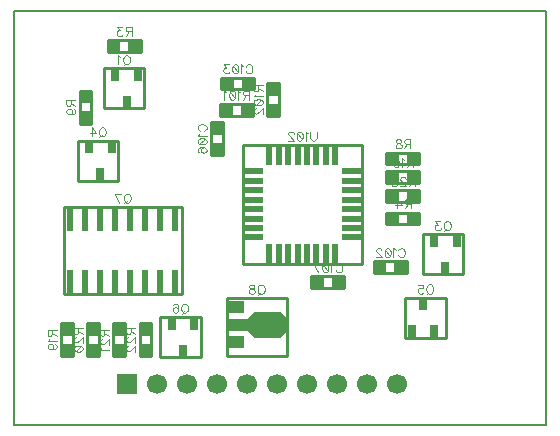
<source format=gbr>
%TF.GenerationSoftware,Novarm,DipTrace,3.0.0.2*%
%TF.CreationDate,2017-04-09T13:10:20+02:00*%
%FSLAX26Y26*%
%MOIN*%
%TF.FileFunction,Drawing,Bot*%
%TF.Part,Single*%
%AMOUTLINE0*
4,1,10,
-0.100394,0.019685,
-0.033465,0.019685,
-0.009843,0.043307,
0.076772,0.043307,
0.100394,0.019685,
0.100394,-0.019685,
0.076772,-0.043307,
-0.009843,-0.043307,
-0.033465,-0.019685,
-0.100394,-0.019685,
-0.100394,0.019685,
0*%
%ADD10C,0.009843*%
%ADD11C,0.005512*%
%ADD78C,0.004632*%
%ADD20R,0.043307X0.03937*%
%ADD21R,0.03937X0.043307*%
%TA.AperFunction,ComponentPad*%
%ADD27R,0.066929X0.066929*%
%ADD28C,0.066929*%
%ADD30R,0.025591X0.041339*%
%ADD32R,0.059055X0.03937*%
%ADD37R,0.019685X0.066929*%
%ADD38R,0.066929X0.019685*%
%ADD39R,0.023622X0.07874*%
%ADD80OUTLINE0*%
G75*
G01*
%LPD*%
X1592933Y938701D2*
D10*
X1703169D1*
Y899331D1*
X1592933D1*
Y938701D1*
D20*
X1614587Y919016D3*
X1681516D3*
X1084862Y1551201D2*
D10*
X1195098D1*
Y1511831D1*
X1084862D1*
Y1551201D1*
D20*
X1106516Y1531516D3*
X1173445D3*
X1049331Y1403169D2*
D10*
X1088701D1*
Y1292933D1*
X1049331D1*
Y1403169D1*
D21*
X1069016Y1381516D3*
Y1314587D3*
X1384862Y888701D2*
D10*
X1495098D1*
Y849331D1*
X1384862D1*
Y888701D1*
D20*
X1406516Y869016D3*
X1473445D3*
D27*
X769016Y531516D3*
D28*
X869016D3*
X969016D3*
X1069016D3*
X1169016D3*
X1269016D3*
X1369016D3*
X1469016D3*
X1569016D3*
X1669016D3*
X549331Y732598D2*
D10*
X588701D1*
Y622362D1*
X549331D1*
Y732598D1*
D21*
X569016Y644016D3*
Y710945D3*
X636831Y732598D2*
D10*
X676201D1*
Y622362D1*
X636831D1*
Y732598D1*
D21*
X656516Y644016D3*
Y710945D3*
X724331Y732598D2*
D10*
X763701D1*
Y622362D1*
X724331D1*
Y732598D1*
D21*
X744016Y644016D3*
Y710945D3*
X693161Y1581987D2*
D10*
X828169D1*
Y1448346D1*
X693161D1*
Y1581987D1*
D30*
X731713Y1559567D3*
X806516D3*
X769114Y1469016D3*
X1755465Y1028936D2*
D10*
X1890472D1*
Y895295D1*
X1755465D1*
Y1028936D1*
D30*
X1794016Y1006516D3*
X1868819D3*
X1831417Y915965D3*
X605465Y1341436D2*
D10*
X740472D1*
Y1207795D1*
X605465D1*
Y1341436D1*
D30*
X644016Y1319016D3*
X718819D3*
X681417Y1228465D3*
X1697559Y817736D2*
D10*
X1832567D1*
Y684096D1*
X1697559D1*
Y817736D1*
D30*
X1794016Y706516D3*
X1719213D3*
X1756614Y797067D3*
X880465Y753936D2*
D10*
X1015472D1*
Y620295D1*
X880465D1*
Y753936D1*
D30*
X919016Y731516D3*
X993819D3*
X956417Y640965D3*
X811831Y732598D2*
D10*
X851201D1*
Y622362D1*
X811831D1*
Y732598D1*
D21*
X831516Y644016D3*
Y710945D3*
X1101988Y816654D2*
D10*
X1302776D1*
Y622690D1*
X1101988D1*
Y816654D1*
D32*
X1131516Y669016D3*
D80*
X1202382Y728071D3*
D32*
X1131516Y787126D3*
X705433Y1676201D2*
D10*
X815669D1*
Y1636831D1*
X705433D1*
Y1676201D1*
D20*
X794016Y1656516D3*
X727087D3*
X1634862Y1101201D2*
D10*
X1745098D1*
Y1061831D1*
X1634862D1*
Y1101201D1*
D20*
X1656516Y1081516D3*
X1723445D3*
X1634862Y1301201D2*
D10*
X1745098D1*
Y1261831D1*
X1634862D1*
Y1301201D1*
D20*
X1656516Y1281516D3*
X1723445D3*
X611831Y1507598D2*
D10*
X651201D1*
Y1397362D1*
X611831D1*
Y1507598D1*
D21*
X631516Y1419016D3*
Y1485945D3*
X1634862Y1238701D2*
D10*
X1745098D1*
Y1199331D1*
X1634862D1*
Y1238701D1*
D20*
X1656516Y1219016D3*
X1723445D3*
X1634862Y1176201D2*
D10*
X1745098D1*
Y1136831D1*
X1634862D1*
Y1176201D1*
D20*
X1656516Y1156516D3*
X1723445D3*
X1080433Y1463701D2*
D10*
X1190669D1*
Y1424331D1*
X1080433D1*
Y1463701D1*
D20*
X1169016Y1444016D3*
X1102087D3*
X1155433Y1327480D2*
D10*
X1553071D1*
Y929843D1*
X1155433D1*
Y1327480D1*
D37*
X1244016Y1294016D3*
X1275512D3*
X1307008D3*
X1338504D3*
X1370000D3*
X1401496D3*
X1432992D3*
X1464488D3*
D38*
X1519606Y1238898D3*
Y1207402D3*
Y1175906D3*
Y1144409D3*
Y1112913D3*
Y1081417D3*
Y1049921D3*
Y1018425D3*
D37*
X1464488Y963307D3*
X1432992D3*
X1401496D3*
X1370000D3*
X1338504D3*
X1307008D3*
X1275512D3*
X1244016D3*
D38*
X1188898Y1018425D3*
Y1049921D3*
Y1081417D3*
Y1112913D3*
Y1144409D3*
Y1175906D3*
Y1207402D3*
Y1238898D3*
X1236831Y1532598D2*
D10*
X1276201D1*
Y1422362D1*
X1236831D1*
Y1532598D1*
D21*
X1256516Y1444016D3*
Y1510945D3*
X559681Y1120886D2*
D10*
X953350D1*
Y829547D1*
X559681D1*
Y1120886D1*
D39*
X581516Y1081516D3*
X631516D3*
X681516D3*
X731516D3*
X781516D3*
X831516D3*
X881516D3*
X931516D3*
Y868917D3*
X881516D3*
X831516D3*
X781516D3*
X731516D3*
X681516D3*
X631516D3*
X581516D3*
X1674880Y975472D2*
D78*
X1676306Y978324D1*
X1679191Y981209D1*
X1682043Y982635D1*
X1687779D1*
X1690665Y981209D1*
X1693516Y978324D1*
X1694976Y975472D1*
X1696402Y971161D1*
Y963965D1*
X1694976Y959687D1*
X1693516Y956802D1*
X1690665Y953950D1*
X1687779Y952491D1*
X1682043D1*
X1679191Y953950D1*
X1676306Y956802D1*
X1674880Y959687D1*
X1665616Y976864D2*
X1662731Y978324D1*
X1658420Y982601D1*
Y952491D1*
X1640534Y982601D2*
X1644845Y981176D1*
X1647730Y976864D1*
X1649156Y969702D1*
Y965391D1*
X1647730Y958228D1*
X1644845Y953917D1*
X1640534Y952491D1*
X1637682D1*
X1633371Y953917D1*
X1630519Y958228D1*
X1629060Y965391D1*
Y969702D1*
X1630519Y976864D1*
X1633371Y981176D1*
X1637682Y982601D1*
X1640534D1*
X1630519Y976864D2*
X1647730Y958228D1*
X1618338Y975439D2*
Y976864D1*
X1616912Y979750D1*
X1615486Y981176D1*
X1612601Y982601D1*
X1606864D1*
X1604012Y981176D1*
X1602586Y979750D1*
X1601127Y976864D1*
Y974013D1*
X1602586Y971128D1*
X1605438Y966850D1*
X1619797Y952491D1*
X1599701D1*
X1166809Y1587972D2*
X1168235Y1590824D1*
X1171120Y1593709D1*
X1173972Y1595135D1*
X1179709D1*
X1182594Y1593709D1*
X1185446Y1590824D1*
X1186905Y1587972D1*
X1188331Y1583661D1*
Y1576465D1*
X1186905Y1572187D1*
X1185446Y1569302D1*
X1182594Y1566450D1*
X1179709Y1564991D1*
X1173972D1*
X1171120Y1566450D1*
X1168235Y1569302D1*
X1166809Y1572187D1*
X1157545Y1589364D2*
X1154660Y1590824D1*
X1150349Y1595101D1*
Y1564991D1*
X1132463Y1595101D2*
X1136774Y1593676D1*
X1139660Y1589364D1*
X1141086Y1582202D1*
Y1577891D1*
X1139660Y1570728D1*
X1136774Y1566417D1*
X1132463Y1564991D1*
X1129612D1*
X1125301Y1566417D1*
X1122449Y1570728D1*
X1120990Y1577891D1*
Y1582202D1*
X1122449Y1589364D1*
X1125301Y1593676D1*
X1129612Y1595101D1*
X1132463D1*
X1122449Y1589364D2*
X1139660Y1570728D1*
X1108841Y1595101D2*
X1093089D1*
X1101678Y1583628D1*
X1097367D1*
X1094515Y1582202D1*
X1093089Y1580776D1*
X1091630Y1576465D1*
Y1573613D1*
X1093089Y1569302D1*
X1095941Y1566417D1*
X1100252Y1564991D1*
X1104563D1*
X1108841Y1566417D1*
X1110267Y1567876D1*
X1111726Y1570728D1*
X1012560Y1374150D2*
X1009708Y1375576D1*
X1006823Y1378461D1*
X1005397Y1381313D1*
Y1387050D1*
X1006823Y1389935D1*
X1009708Y1392787D1*
X1012560Y1394246D1*
X1016871Y1395672D1*
X1024067D1*
X1028345Y1394246D1*
X1031230Y1392787D1*
X1034082Y1389935D1*
X1035541Y1387050D1*
Y1381313D1*
X1034082Y1378461D1*
X1031230Y1375576D1*
X1028345Y1374150D1*
X1011167Y1364886D2*
X1009708Y1362001D1*
X1005430Y1357690D1*
X1035541D1*
X1005430Y1339805D2*
X1006856Y1344116D1*
X1011167Y1347001D1*
X1018330Y1348427D1*
X1022641D1*
X1029804Y1347001D1*
X1034115Y1344116D1*
X1035541Y1339805D1*
Y1336953D1*
X1034115Y1332642D1*
X1029804Y1329790D1*
X1022641Y1328331D1*
X1018330D1*
X1011167Y1329790D1*
X1006856Y1332642D1*
X1005430Y1336953D1*
Y1339805D1*
X1011167Y1329790D2*
X1029804Y1347001D1*
X1009708Y1301856D2*
X1006856Y1303282D1*
X1005430Y1307593D1*
Y1310445D1*
X1006856Y1314756D1*
X1011167Y1317641D1*
X1018330Y1319067D1*
X1025493D1*
X1031230Y1317641D1*
X1034115Y1314756D1*
X1035541Y1310445D1*
Y1309019D1*
X1034115Y1304742D1*
X1031230Y1301856D1*
X1026919Y1300431D1*
X1025493D1*
X1021182Y1301856D1*
X1018330Y1304742D1*
X1016904Y1309019D1*
Y1310445D1*
X1018330Y1314756D1*
X1021182Y1317641D1*
X1025493Y1319067D1*
X1466809Y925472D2*
X1468235Y928324D1*
X1471120Y931209D1*
X1473972Y932635D1*
X1479709D1*
X1482594Y931209D1*
X1485446Y928324D1*
X1486905Y925472D1*
X1488331Y921161D1*
Y913965D1*
X1486905Y909687D1*
X1485446Y906802D1*
X1482594Y903950D1*
X1479709Y902491D1*
X1473972D1*
X1471120Y903950D1*
X1468235Y906802D1*
X1466809Y909687D1*
X1457545Y926864D2*
X1454660Y928324D1*
X1450349Y932601D1*
Y902491D1*
X1432463Y932601D2*
X1436774Y931176D1*
X1439660Y926864D1*
X1441086Y919702D1*
Y915391D1*
X1439660Y908228D1*
X1436774Y903917D1*
X1432463Y902491D1*
X1429612D1*
X1425301Y903917D1*
X1422449Y908228D1*
X1420990Y915391D1*
Y919702D1*
X1422449Y926864D1*
X1425301Y931176D1*
X1429612Y932601D1*
X1432463D1*
X1422449Y926864D2*
X1439660Y908228D1*
X1405989Y902491D2*
X1391630Y932601D1*
X1411726D1*
X519756Y709725D2*
Y696825D1*
X518297Y692514D1*
X516871Y691055D1*
X514019Y689629D1*
X511134D1*
X508282Y691055D1*
X506823Y692514D1*
X505397Y696825D1*
Y709725D1*
X535541D1*
X519756Y699677D2*
X535541Y689629D1*
X511167Y680365D2*
X509708Y677480D1*
X505430Y673169D1*
X535541D1*
X515445Y645236D2*
X519756Y646695D1*
X522641Y649547D1*
X524067Y653858D1*
Y655284D1*
X522641Y659595D1*
X519756Y662447D1*
X515445Y663906D1*
X514019D1*
X509708Y662447D1*
X506856Y659595D1*
X505430Y655284D1*
Y653858D1*
X506856Y649547D1*
X509708Y646695D1*
X515445Y645236D1*
X522641D1*
X529804Y646695D1*
X534115Y649547D1*
X535541Y653858D1*
Y656710D1*
X534115Y661021D1*
X531230Y662447D1*
X607256Y716888D2*
Y703988D1*
X605797Y699677D1*
X604371Y698218D1*
X601519Y696792D1*
X598634D1*
X595782Y698218D1*
X594323Y699677D1*
X592897Y703988D1*
Y716888D1*
X623041D1*
X607256Y706840D2*
X623041Y696792D1*
X600093Y686069D2*
X598667D1*
X595782Y684643D1*
X594356Y683217D1*
X592930Y680332D1*
Y674595D1*
X594356Y671743D1*
X595782Y670317D1*
X598667Y668858D1*
X601519D1*
X604404Y670317D1*
X608682Y673169D1*
X623041Y687528D1*
Y667432D1*
X592930Y649547D2*
X594356Y653858D1*
X598667Y656743D1*
X605830Y658169D1*
X610141D1*
X617304Y656743D1*
X621615Y653858D1*
X623041Y649547D1*
Y646695D1*
X621615Y642384D1*
X617304Y639532D1*
X610141Y638073D1*
X605830D1*
X598667Y639532D1*
X594356Y642384D1*
X592930Y646695D1*
Y649547D1*
X598667Y639532D2*
X617304Y656743D1*
X694756Y710438D2*
Y697538D1*
X693297Y693227D1*
X691871Y691768D1*
X689019Y690342D1*
X686134D1*
X683282Y691768D1*
X681823Y693227D1*
X680397Y697538D1*
Y710438D1*
X710541D1*
X694756Y700390D2*
X710541Y690342D1*
X687593Y679619D2*
X686167D1*
X683282Y678193D1*
X681856Y676767D1*
X680430Y673882D1*
Y668145D1*
X681856Y665293D1*
X683282Y663868D1*
X686167Y662408D1*
X689019D1*
X691904Y663868D1*
X696182Y666719D1*
X710541Y681078D1*
Y660982D1*
X686167Y651719D2*
X684708Y648834D1*
X680430Y644523D1*
X710541D1*
X771764Y1625921D2*
X774616Y1624528D1*
X777501Y1621643D1*
X778927Y1618758D1*
X780386Y1614447D1*
Y1607284D1*
X778927Y1602973D1*
X777501Y1600121D1*
X774616Y1597236D1*
X771764Y1595810D1*
X766027D1*
X763142Y1597236D1*
X760290Y1600121D1*
X758864Y1602973D1*
X757405Y1607284D1*
Y1614447D1*
X758864Y1618758D1*
X760290Y1621643D1*
X763142Y1624528D1*
X766027Y1625921D1*
X771764D1*
X767453Y1601547D2*
X758864Y1592925D1*
X748141Y1620151D2*
X745256Y1621610D1*
X740945Y1625888D1*
Y1595777D1*
X1840517Y1072870D2*
X1843369Y1071477D1*
X1846254Y1068592D1*
X1847680Y1065707D1*
X1849139Y1061396D1*
Y1054233D1*
X1847680Y1049922D1*
X1846254Y1047070D1*
X1843369Y1044185D1*
X1840517Y1042759D1*
X1834780D1*
X1831895Y1044185D1*
X1829043Y1047070D1*
X1827617Y1049922D1*
X1826158Y1054233D1*
Y1061396D1*
X1827617Y1065707D1*
X1829043Y1068592D1*
X1831895Y1071477D1*
X1834780Y1072870D1*
X1840517D1*
X1836206Y1048496D2*
X1827617Y1039874D1*
X1814009Y1072836D2*
X1798257D1*
X1806846Y1061362D1*
X1802535D1*
X1799683Y1059936D1*
X1798257Y1058511D1*
X1796798Y1054199D1*
Y1051348D1*
X1798257Y1047037D1*
X1801109Y1044151D1*
X1805420Y1042726D1*
X1809731D1*
X1814009Y1044151D1*
X1815435Y1045611D1*
X1816894Y1048463D1*
X691230Y1385370D2*
X694082Y1383977D1*
X696967Y1381092D1*
X698393Y1378207D1*
X699852Y1373896D1*
Y1366733D1*
X698393Y1362422D1*
X696967Y1359570D1*
X694082Y1356685D1*
X691230Y1355259D1*
X685493D1*
X682608Y1356685D1*
X679756Y1359570D1*
X678330Y1362422D1*
X676871Y1366733D1*
Y1373896D1*
X678330Y1378207D1*
X679756Y1381092D1*
X682608Y1383977D1*
X685493Y1385370D1*
X691230D1*
X686919Y1360996D2*
X678330Y1352374D1*
X653248Y1355226D2*
Y1385336D1*
X667607Y1365274D1*
X646085D1*
X1782611Y861670D2*
X1785463Y860277D1*
X1788348Y857392D1*
X1789774Y854507D1*
X1791233Y850196D1*
Y843033D1*
X1789774Y838722D1*
X1788348Y835870D1*
X1785463Y832985D1*
X1782611Y831559D1*
X1776874D1*
X1773989Y832985D1*
X1771137Y835870D1*
X1769711Y838722D1*
X1768252Y843033D1*
Y850196D1*
X1769711Y854507D1*
X1771137Y857392D1*
X1773989Y860277D1*
X1776874Y861670D1*
X1782611D1*
X1778300Y837296D2*
X1769711Y828674D1*
X1741778Y861637D2*
X1756104D1*
X1757530Y848737D1*
X1756104Y850163D1*
X1751793Y851622D1*
X1747515D1*
X1743204Y850163D1*
X1740319Y847311D1*
X1738893Y843000D1*
Y840148D1*
X1740319Y835837D1*
X1743204Y832952D1*
X1747515Y831526D1*
X1751793D1*
X1756104Y832952D1*
X1757530Y834411D1*
X1758989Y837263D1*
X964787Y797870D2*
X967639Y796477D1*
X970524Y793592D1*
X971950Y790707D1*
X973409Y786396D1*
Y779233D1*
X971950Y774922D1*
X970524Y772070D1*
X967639Y769185D1*
X964787Y767759D1*
X959050D1*
X956165Y769185D1*
X953313Y772070D1*
X951887Y774922D1*
X950428Y779233D1*
Y786396D1*
X951887Y790707D1*
X953313Y793592D1*
X956165Y796477D1*
X959050Y797870D1*
X964787D1*
X960476Y773496D2*
X951887Y764874D1*
X923954Y793559D2*
X925380Y796410D1*
X929691Y797836D1*
X932543D1*
X936854Y796410D1*
X939739Y792099D1*
X941165Y784936D1*
Y777774D1*
X939739Y772037D1*
X936854Y769151D1*
X932543Y767726D1*
X931117D1*
X926839Y769151D1*
X923954Y772037D1*
X922528Y776348D1*
Y777774D1*
X923954Y782085D1*
X926839Y784936D1*
X931117Y786362D1*
X932543D1*
X936854Y784936D1*
X939739Y782085D1*
X941165Y777774D1*
X782256Y716888D2*
Y703988D1*
X780797Y699677D1*
X779371Y698218D1*
X776519Y696792D1*
X773634D1*
X770782Y698218D1*
X769323Y699677D1*
X767897Y703988D1*
Y716888D1*
X798041D1*
X782256Y706840D2*
X798041Y696792D1*
X775093Y686069D2*
X773667D1*
X770782Y684643D1*
X769356Y683217D1*
X767930Y680332D1*
Y674595D1*
X769356Y671743D1*
X770782Y670317D1*
X773667Y668858D1*
X776519D1*
X779404Y670317D1*
X783682Y673169D1*
X798041Y687528D1*
Y667432D1*
X775093Y656710D2*
X773667D1*
X770782Y655284D1*
X769356Y653858D1*
X767930Y650973D1*
Y645236D1*
X769356Y642384D1*
X770782Y640958D1*
X773667Y639499D1*
X776519D1*
X779404Y640958D1*
X783682Y643810D1*
X798041Y658169D1*
Y638073D1*
X1219914Y860587D2*
X1222765Y859195D1*
X1225651Y856310D1*
X1227077Y853424D1*
X1228536Y849113D1*
Y841951D1*
X1227077Y837639D1*
X1225651Y834788D1*
X1222765Y831903D1*
X1219914Y830477D1*
X1214177D1*
X1211292Y831903D1*
X1208440Y834788D1*
X1207014Y837639D1*
X1205555Y841951D1*
Y849113D1*
X1207014Y853424D1*
X1208440Y856310D1*
X1211292Y859195D1*
X1214177Y860587D1*
X1219914D1*
X1215603Y836214D2*
X1207014Y827591D1*
X1189128Y860554D2*
X1193406Y859128D1*
X1194865Y856276D1*
Y853391D1*
X1193406Y850539D1*
X1190554Y849080D1*
X1184817Y847654D1*
X1180506Y846228D1*
X1177654Y843343D1*
X1176228Y840491D1*
Y836180D1*
X1177654Y833328D1*
X1179080Y831869D1*
X1183391Y830443D1*
X1189128D1*
X1193406Y831869D1*
X1194865Y833328D1*
X1196291Y836180D1*
Y840491D1*
X1194865Y843343D1*
X1191980Y846228D1*
X1187702Y847654D1*
X1181965Y849080D1*
X1179080Y850539D1*
X1177654Y853391D1*
Y856276D1*
X1179080Y859128D1*
X1183391Y860554D1*
X1189128D1*
X785279Y1705776D2*
X772379D1*
X768068Y1707235D1*
X766609Y1708661D1*
X765183Y1711513D1*
Y1714398D1*
X766609Y1717250D1*
X768068Y1718709D1*
X772379Y1720135D1*
X785279D1*
Y1689991D1*
X775231Y1705776D2*
X765183Y1689991D1*
X753034Y1720101D2*
X737283D1*
X745871Y1708628D1*
X741560D1*
X738708Y1707202D1*
X737283Y1705776D1*
X735823Y1701465D1*
Y1698613D1*
X737283Y1694302D1*
X740134Y1691417D1*
X744445Y1689991D1*
X748756D1*
X753034Y1691417D1*
X754460Y1692876D1*
X755919Y1695728D1*
X1715421Y1130776D2*
X1702521D1*
X1698210Y1132235D1*
X1696751Y1133661D1*
X1695325Y1136513D1*
Y1139398D1*
X1696751Y1142250D1*
X1698210Y1143709D1*
X1702521Y1145135D1*
X1715421D1*
Y1114991D1*
X1705373Y1130776D2*
X1695325Y1114991D1*
X1671702D2*
Y1145101D1*
X1686062Y1125039D1*
X1664540D1*
X1714692Y1330776D2*
X1701792D1*
X1697481Y1332235D1*
X1696021Y1333661D1*
X1694596Y1336513D1*
Y1339398D1*
X1696021Y1342250D1*
X1697481Y1343709D1*
X1701792Y1345135D1*
X1714692D1*
Y1314991D1*
X1704644Y1330776D2*
X1694596Y1314991D1*
X1678169Y1345101D2*
X1682447Y1343676D1*
X1683906Y1340824D1*
Y1337939D1*
X1682447Y1335087D1*
X1679595Y1333628D1*
X1673858Y1332202D1*
X1669547Y1330776D1*
X1666695Y1327891D1*
X1665269Y1325039D1*
Y1320728D1*
X1666695Y1317876D1*
X1668121Y1316417D1*
X1672432Y1314991D1*
X1678169D1*
X1682447Y1316417D1*
X1683906Y1317876D1*
X1685332Y1320728D1*
Y1325039D1*
X1683906Y1327891D1*
X1681021Y1330776D1*
X1676743Y1332202D1*
X1671006Y1333628D1*
X1668121Y1335087D1*
X1666695Y1337939D1*
Y1340824D1*
X1668121Y1343676D1*
X1672432Y1345101D1*
X1678169D1*
X582256Y1476495D2*
Y1463595D1*
X580797Y1459284D1*
X579371Y1457825D1*
X576519Y1456399D1*
X573634D1*
X570782Y1457825D1*
X569323Y1459284D1*
X567897Y1463595D1*
Y1476495D1*
X598041D1*
X582256Y1466447D2*
X598041Y1456399D1*
X577945Y1428466D2*
X582256Y1429925D1*
X585141Y1432777D1*
X586567Y1437088D1*
Y1438514D1*
X585141Y1442825D1*
X582256Y1445677D1*
X577945Y1447136D1*
X576519D1*
X572208Y1445677D1*
X569356Y1442825D1*
X567930Y1438514D1*
Y1437088D1*
X569356Y1432777D1*
X572208Y1429925D1*
X577945Y1428466D1*
X585141D1*
X592304Y1429925D1*
X596615Y1432777D1*
X598041Y1437088D1*
Y1439940D1*
X596615Y1444251D1*
X593730Y1445677D1*
X1722208Y1268276D2*
X1709308D1*
X1704997Y1269735D1*
X1703538Y1271161D1*
X1702112Y1274013D1*
Y1276898D1*
X1703538Y1279750D1*
X1704997Y1281209D1*
X1709308Y1282635D1*
X1722208D1*
Y1252491D1*
X1712160Y1268276D2*
X1702112Y1252491D1*
X1692849Y1276864D2*
X1689964Y1278324D1*
X1685653Y1282601D1*
Y1252491D1*
X1659178Y1278324D2*
X1660604Y1281176D1*
X1664915Y1282601D1*
X1667767D1*
X1672078Y1281176D1*
X1674963Y1276864D1*
X1676389Y1269702D1*
Y1262539D1*
X1674963Y1256802D1*
X1672078Y1253917D1*
X1667767Y1252491D1*
X1666341D1*
X1662063Y1253917D1*
X1659178Y1256802D1*
X1657752Y1261113D1*
Y1262539D1*
X1659178Y1266850D1*
X1662063Y1269702D1*
X1666341Y1271128D1*
X1667767D1*
X1672078Y1269702D1*
X1674963Y1266850D1*
X1676389Y1262539D1*
X1729388Y1205776D2*
X1716488D1*
X1712177Y1207235D1*
X1710718Y1208661D1*
X1709292Y1211513D1*
Y1214398D1*
X1710718Y1217250D1*
X1712177Y1218709D1*
X1716488Y1220135D1*
X1729388D1*
Y1189991D1*
X1719340Y1205776D2*
X1709292Y1189991D1*
X1698569Y1212939D2*
Y1214364D1*
X1697143Y1217250D1*
X1695717Y1218676D1*
X1692832Y1220101D1*
X1687095D1*
X1684243Y1218676D1*
X1682817Y1217250D1*
X1681358Y1214364D1*
Y1211513D1*
X1682817Y1208628D1*
X1685669Y1204350D1*
X1700028Y1189991D1*
X1679932D1*
X1667784Y1220101D2*
X1652032D1*
X1660621Y1208628D1*
X1656310D1*
X1653458Y1207202D1*
X1652032Y1205776D1*
X1650573Y1201465D1*
Y1198613D1*
X1652032Y1194302D1*
X1654884Y1191417D1*
X1659195Y1189991D1*
X1663506D1*
X1667784Y1191417D1*
X1669210Y1192876D1*
X1670669Y1195728D1*
X1176739Y1493276D2*
X1163839D1*
X1159528Y1494735D1*
X1158069Y1496161D1*
X1156643Y1499013D1*
Y1501898D1*
X1158069Y1504750D1*
X1159528Y1506209D1*
X1163839Y1507635D1*
X1176739D1*
Y1477491D1*
X1166691Y1493276D2*
X1156643Y1477491D1*
X1147379Y1501864D2*
X1144494Y1503324D1*
X1140183Y1507601D1*
Y1477491D1*
X1122297Y1507601D2*
X1126608Y1506176D1*
X1129493Y1501864D1*
X1130919Y1494702D1*
Y1490391D1*
X1129493Y1483228D1*
X1126608Y1478917D1*
X1122297Y1477491D1*
X1119445D1*
X1115134Y1478917D1*
X1112283Y1483228D1*
X1110823Y1490391D1*
Y1494702D1*
X1112283Y1501864D1*
X1115134Y1506176D1*
X1119445Y1507601D1*
X1122297D1*
X1112283Y1501864D2*
X1129493Y1483228D1*
X1101560Y1501864D2*
X1098675Y1503324D1*
X1094364Y1507601D1*
Y1477491D1*
X1401889Y1371414D2*
Y1349892D1*
X1400463Y1345581D1*
X1397578Y1342729D1*
X1393267Y1341270D1*
X1390415D1*
X1386104Y1342729D1*
X1383219Y1345581D1*
X1381793Y1349892D1*
Y1371414D1*
X1372530Y1365644D2*
X1369645Y1367103D1*
X1365334Y1371381D1*
Y1341270D1*
X1347448Y1371381D2*
X1351759Y1369955D1*
X1354644Y1365644D1*
X1356070Y1358481D1*
Y1354170D1*
X1354644Y1347007D1*
X1351759Y1342696D1*
X1347448Y1341270D1*
X1344596D1*
X1340285Y1342696D1*
X1337433Y1347007D1*
X1335974Y1354170D1*
Y1358481D1*
X1337433Y1365644D1*
X1340285Y1369955D1*
X1344596Y1371381D1*
X1347448D1*
X1337433Y1365644D2*
X1354644Y1347007D1*
X1325251Y1364218D2*
Y1365644D1*
X1323826Y1368529D1*
X1322400Y1369955D1*
X1319515Y1371381D1*
X1313778D1*
X1310926Y1369955D1*
X1309500Y1368529D1*
X1308041Y1365644D1*
Y1362792D1*
X1309500Y1359907D1*
X1312352Y1355629D1*
X1326711Y1341270D1*
X1306615D1*
X1207256Y1525118D2*
Y1512218D1*
X1205797Y1507907D1*
X1204371Y1506448D1*
X1201519Y1505022D1*
X1198634D1*
X1195782Y1506448D1*
X1194323Y1507907D1*
X1192897Y1512218D1*
Y1525118D1*
X1223041D1*
X1207256Y1515070D2*
X1223041Y1505022D1*
X1198667Y1495758D2*
X1197208Y1492873D1*
X1192930Y1488562D1*
X1223041D1*
X1192930Y1470677D2*
X1194356Y1474988D1*
X1198667Y1477873D1*
X1205830Y1479299D1*
X1210141D1*
X1217304Y1477873D1*
X1221615Y1474987D1*
X1223041Y1470676D1*
Y1467825D1*
X1221615Y1463514D1*
X1217304Y1460662D1*
X1210141Y1459203D1*
X1205830D1*
X1198667Y1460662D1*
X1194356Y1463514D1*
X1192930Y1467825D1*
Y1470677D1*
X1198667Y1460662D2*
X1217304Y1477873D1*
X1200093Y1448480D2*
X1198667D1*
X1195782Y1447054D1*
X1194356Y1445628D1*
X1192930Y1442743D1*
Y1437006D1*
X1194356Y1434154D1*
X1195782Y1432728D1*
X1198667Y1431269D1*
X1201519D1*
X1204404Y1432728D1*
X1208682Y1435580D1*
X1223041Y1449939D1*
Y1429843D1*
X774064Y1164820D2*
X776916Y1163427D1*
X779801Y1160542D1*
X781227Y1157657D1*
X782686Y1153346D1*
Y1146183D1*
X781227Y1141872D1*
X779801Y1139020D1*
X776916Y1136135D1*
X774064Y1134709D1*
X768327D1*
X765442Y1136135D1*
X762590Y1139020D1*
X761164Y1141872D1*
X759705Y1146183D1*
Y1153346D1*
X761164Y1157657D1*
X762590Y1160542D1*
X765442Y1163427D1*
X768327Y1164820D1*
X774064D1*
X769753Y1140446D2*
X761164Y1131824D1*
X744704Y1134676D2*
X730345Y1164787D1*
X750441D1*
X394016Y394016D2*
D11*
X2165669D1*
Y1771969D1*
X394016D1*
Y394016D1*
M02*

</source>
